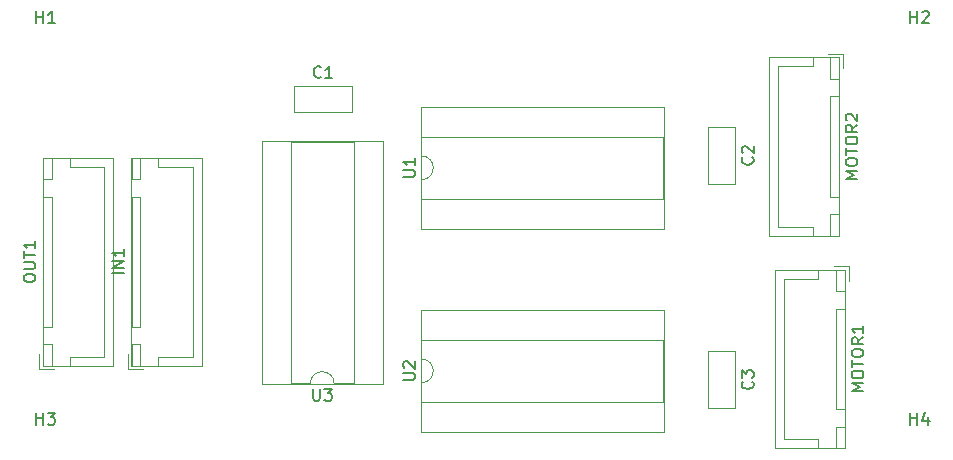
<source format=gbr>
%TF.GenerationSoftware,KiCad,Pcbnew,9.0.2*%
%TF.CreationDate,2025-06-11T22:07:18-07:00*%
%TF.ProjectId,driver,64726976-6572-42e6-9b69-6361645f7063,rev?*%
%TF.SameCoordinates,Original*%
%TF.FileFunction,Legend,Top*%
%TF.FilePolarity,Positive*%
%FSLAX46Y46*%
G04 Gerber Fmt 4.6, Leading zero omitted, Abs format (unit mm)*
G04 Created by KiCad (PCBNEW 9.0.2) date 2025-06-11 22:07:18*
%MOMM*%
%LPD*%
G01*
G04 APERTURE LIST*
%ADD10C,0.150000*%
%ADD11C,0.120000*%
G04 APERTURE END LIST*
D10*
X133044819Y-128761904D02*
X133854342Y-128761904D01*
X133854342Y-128761904D02*
X133949580Y-128714285D01*
X133949580Y-128714285D02*
X133997200Y-128666666D01*
X133997200Y-128666666D02*
X134044819Y-128571428D01*
X134044819Y-128571428D02*
X134044819Y-128380952D01*
X134044819Y-128380952D02*
X133997200Y-128285714D01*
X133997200Y-128285714D02*
X133949580Y-128238095D01*
X133949580Y-128238095D02*
X133854342Y-128190476D01*
X133854342Y-128190476D02*
X133044819Y-128190476D01*
X133140057Y-127761904D02*
X133092438Y-127714285D01*
X133092438Y-127714285D02*
X133044819Y-127619047D01*
X133044819Y-127619047D02*
X133044819Y-127380952D01*
X133044819Y-127380952D02*
X133092438Y-127285714D01*
X133092438Y-127285714D02*
X133140057Y-127238095D01*
X133140057Y-127238095D02*
X133235295Y-127190476D01*
X133235295Y-127190476D02*
X133330533Y-127190476D01*
X133330533Y-127190476D02*
X133473390Y-127238095D01*
X133473390Y-127238095D02*
X134044819Y-127809523D01*
X134044819Y-127809523D02*
X134044819Y-127190476D01*
X133044819Y-111571904D02*
X133854342Y-111571904D01*
X133854342Y-111571904D02*
X133949580Y-111524285D01*
X133949580Y-111524285D02*
X133997200Y-111476666D01*
X133997200Y-111476666D02*
X134044819Y-111381428D01*
X134044819Y-111381428D02*
X134044819Y-111190952D01*
X134044819Y-111190952D02*
X133997200Y-111095714D01*
X133997200Y-111095714D02*
X133949580Y-111048095D01*
X133949580Y-111048095D02*
X133854342Y-111000476D01*
X133854342Y-111000476D02*
X133044819Y-111000476D01*
X134044819Y-110000476D02*
X134044819Y-110571904D01*
X134044819Y-110286190D02*
X133044819Y-110286190D01*
X133044819Y-110286190D02*
X133187676Y-110381428D01*
X133187676Y-110381428D02*
X133282914Y-110476666D01*
X133282914Y-110476666D02*
X133330533Y-110571904D01*
X172004819Y-129738094D02*
X171004819Y-129738094D01*
X171004819Y-129738094D02*
X171719104Y-129404761D01*
X171719104Y-129404761D02*
X171004819Y-129071428D01*
X171004819Y-129071428D02*
X172004819Y-129071428D01*
X171004819Y-128404761D02*
X171004819Y-128214285D01*
X171004819Y-128214285D02*
X171052438Y-128119047D01*
X171052438Y-128119047D02*
X171147676Y-128023809D01*
X171147676Y-128023809D02*
X171338152Y-127976190D01*
X171338152Y-127976190D02*
X171671485Y-127976190D01*
X171671485Y-127976190D02*
X171861961Y-128023809D01*
X171861961Y-128023809D02*
X171957200Y-128119047D01*
X171957200Y-128119047D02*
X172004819Y-128214285D01*
X172004819Y-128214285D02*
X172004819Y-128404761D01*
X172004819Y-128404761D02*
X171957200Y-128499999D01*
X171957200Y-128499999D02*
X171861961Y-128595237D01*
X171861961Y-128595237D02*
X171671485Y-128642856D01*
X171671485Y-128642856D02*
X171338152Y-128642856D01*
X171338152Y-128642856D02*
X171147676Y-128595237D01*
X171147676Y-128595237D02*
X171052438Y-128499999D01*
X171052438Y-128499999D02*
X171004819Y-128404761D01*
X171004819Y-127690475D02*
X171004819Y-127119047D01*
X172004819Y-127404761D02*
X171004819Y-127404761D01*
X171004819Y-126595237D02*
X171004819Y-126404761D01*
X171004819Y-126404761D02*
X171052438Y-126309523D01*
X171052438Y-126309523D02*
X171147676Y-126214285D01*
X171147676Y-126214285D02*
X171338152Y-126166666D01*
X171338152Y-126166666D02*
X171671485Y-126166666D01*
X171671485Y-126166666D02*
X171861961Y-126214285D01*
X171861961Y-126214285D02*
X171957200Y-126309523D01*
X171957200Y-126309523D02*
X172004819Y-126404761D01*
X172004819Y-126404761D02*
X172004819Y-126595237D01*
X172004819Y-126595237D02*
X171957200Y-126690475D01*
X171957200Y-126690475D02*
X171861961Y-126785713D01*
X171861961Y-126785713D02*
X171671485Y-126833332D01*
X171671485Y-126833332D02*
X171338152Y-126833332D01*
X171338152Y-126833332D02*
X171147676Y-126785713D01*
X171147676Y-126785713D02*
X171052438Y-126690475D01*
X171052438Y-126690475D02*
X171004819Y-126595237D01*
X172004819Y-125166666D02*
X171528628Y-125499999D01*
X172004819Y-125738094D02*
X171004819Y-125738094D01*
X171004819Y-125738094D02*
X171004819Y-125357142D01*
X171004819Y-125357142D02*
X171052438Y-125261904D01*
X171052438Y-125261904D02*
X171100057Y-125214285D01*
X171100057Y-125214285D02*
X171195295Y-125166666D01*
X171195295Y-125166666D02*
X171338152Y-125166666D01*
X171338152Y-125166666D02*
X171433390Y-125214285D01*
X171433390Y-125214285D02*
X171481009Y-125261904D01*
X171481009Y-125261904D02*
X171528628Y-125357142D01*
X171528628Y-125357142D02*
X171528628Y-125738094D01*
X172004819Y-124214285D02*
X172004819Y-124785713D01*
X172004819Y-124499999D02*
X171004819Y-124499999D01*
X171004819Y-124499999D02*
X171147676Y-124595237D01*
X171147676Y-124595237D02*
X171242914Y-124690475D01*
X171242914Y-124690475D02*
X171290533Y-124785713D01*
X101988095Y-98554819D02*
X101988095Y-97554819D01*
X101988095Y-98031009D02*
X102559523Y-98031009D01*
X102559523Y-98554819D02*
X102559523Y-97554819D01*
X103559523Y-98554819D02*
X102988095Y-98554819D01*
X103273809Y-98554819D02*
X103273809Y-97554819D01*
X103273809Y-97554819D02*
X103178571Y-97697676D01*
X103178571Y-97697676D02*
X103083333Y-97792914D01*
X103083333Y-97792914D02*
X102988095Y-97840533D01*
X125428095Y-129524819D02*
X125428095Y-130334342D01*
X125428095Y-130334342D02*
X125475714Y-130429580D01*
X125475714Y-130429580D02*
X125523333Y-130477200D01*
X125523333Y-130477200D02*
X125618571Y-130524819D01*
X125618571Y-130524819D02*
X125809047Y-130524819D01*
X125809047Y-130524819D02*
X125904285Y-130477200D01*
X125904285Y-130477200D02*
X125951904Y-130429580D01*
X125951904Y-130429580D02*
X125999523Y-130334342D01*
X125999523Y-130334342D02*
X125999523Y-129524819D01*
X126380476Y-129524819D02*
X126999523Y-129524819D01*
X126999523Y-129524819D02*
X126666190Y-129905771D01*
X126666190Y-129905771D02*
X126809047Y-129905771D01*
X126809047Y-129905771D02*
X126904285Y-129953390D01*
X126904285Y-129953390D02*
X126951904Y-130001009D01*
X126951904Y-130001009D02*
X126999523Y-130096247D01*
X126999523Y-130096247D02*
X126999523Y-130334342D01*
X126999523Y-130334342D02*
X126951904Y-130429580D01*
X126951904Y-130429580D02*
X126904285Y-130477200D01*
X126904285Y-130477200D02*
X126809047Y-130524819D01*
X126809047Y-130524819D02*
X126523333Y-130524819D01*
X126523333Y-130524819D02*
X126428095Y-130477200D01*
X126428095Y-130477200D02*
X126380476Y-130429580D01*
X175988095Y-132554819D02*
X175988095Y-131554819D01*
X175988095Y-132031009D02*
X176559523Y-132031009D01*
X176559523Y-132554819D02*
X176559523Y-131554819D01*
X177464285Y-131888152D02*
X177464285Y-132554819D01*
X177226190Y-131507200D02*
X176988095Y-132221485D01*
X176988095Y-132221485D02*
X177607142Y-132221485D01*
X101988095Y-132554819D02*
X101988095Y-131554819D01*
X101988095Y-132031009D02*
X102559523Y-132031009D01*
X102559523Y-132554819D02*
X102559523Y-131554819D01*
X102940476Y-131554819D02*
X103559523Y-131554819D01*
X103559523Y-131554819D02*
X103226190Y-131935771D01*
X103226190Y-131935771D02*
X103369047Y-131935771D01*
X103369047Y-131935771D02*
X103464285Y-131983390D01*
X103464285Y-131983390D02*
X103511904Y-132031009D01*
X103511904Y-132031009D02*
X103559523Y-132126247D01*
X103559523Y-132126247D02*
X103559523Y-132364342D01*
X103559523Y-132364342D02*
X103511904Y-132459580D01*
X103511904Y-132459580D02*
X103464285Y-132507200D01*
X103464285Y-132507200D02*
X103369047Y-132554819D01*
X103369047Y-132554819D02*
X103083333Y-132554819D01*
X103083333Y-132554819D02*
X102988095Y-132507200D01*
X102988095Y-132507200D02*
X102940476Y-132459580D01*
X100904819Y-120226190D02*
X100904819Y-120035714D01*
X100904819Y-120035714D02*
X100952438Y-119940476D01*
X100952438Y-119940476D02*
X101047676Y-119845238D01*
X101047676Y-119845238D02*
X101238152Y-119797619D01*
X101238152Y-119797619D02*
X101571485Y-119797619D01*
X101571485Y-119797619D02*
X101761961Y-119845238D01*
X101761961Y-119845238D02*
X101857200Y-119940476D01*
X101857200Y-119940476D02*
X101904819Y-120035714D01*
X101904819Y-120035714D02*
X101904819Y-120226190D01*
X101904819Y-120226190D02*
X101857200Y-120321428D01*
X101857200Y-120321428D02*
X101761961Y-120416666D01*
X101761961Y-120416666D02*
X101571485Y-120464285D01*
X101571485Y-120464285D02*
X101238152Y-120464285D01*
X101238152Y-120464285D02*
X101047676Y-120416666D01*
X101047676Y-120416666D02*
X100952438Y-120321428D01*
X100952438Y-120321428D02*
X100904819Y-120226190D01*
X100904819Y-119369047D02*
X101714342Y-119369047D01*
X101714342Y-119369047D02*
X101809580Y-119321428D01*
X101809580Y-119321428D02*
X101857200Y-119273809D01*
X101857200Y-119273809D02*
X101904819Y-119178571D01*
X101904819Y-119178571D02*
X101904819Y-118988095D01*
X101904819Y-118988095D02*
X101857200Y-118892857D01*
X101857200Y-118892857D02*
X101809580Y-118845238D01*
X101809580Y-118845238D02*
X101714342Y-118797619D01*
X101714342Y-118797619D02*
X100904819Y-118797619D01*
X100904819Y-118464285D02*
X100904819Y-117892857D01*
X101904819Y-118178571D02*
X100904819Y-118178571D01*
X101904819Y-117035714D02*
X101904819Y-117607142D01*
X101904819Y-117321428D02*
X100904819Y-117321428D01*
X100904819Y-117321428D02*
X101047676Y-117416666D01*
X101047676Y-117416666D02*
X101142914Y-117511904D01*
X101142914Y-117511904D02*
X101190533Y-117607142D01*
X162609580Y-109916666D02*
X162657200Y-109964285D01*
X162657200Y-109964285D02*
X162704819Y-110107142D01*
X162704819Y-110107142D02*
X162704819Y-110202380D01*
X162704819Y-110202380D02*
X162657200Y-110345237D01*
X162657200Y-110345237D02*
X162561961Y-110440475D01*
X162561961Y-110440475D02*
X162466723Y-110488094D01*
X162466723Y-110488094D02*
X162276247Y-110535713D01*
X162276247Y-110535713D02*
X162133390Y-110535713D01*
X162133390Y-110535713D02*
X161942914Y-110488094D01*
X161942914Y-110488094D02*
X161847676Y-110440475D01*
X161847676Y-110440475D02*
X161752438Y-110345237D01*
X161752438Y-110345237D02*
X161704819Y-110202380D01*
X161704819Y-110202380D02*
X161704819Y-110107142D01*
X161704819Y-110107142D02*
X161752438Y-109964285D01*
X161752438Y-109964285D02*
X161800057Y-109916666D01*
X161800057Y-109535713D02*
X161752438Y-109488094D01*
X161752438Y-109488094D02*
X161704819Y-109392856D01*
X161704819Y-109392856D02*
X161704819Y-109154761D01*
X161704819Y-109154761D02*
X161752438Y-109059523D01*
X161752438Y-109059523D02*
X161800057Y-109011904D01*
X161800057Y-109011904D02*
X161895295Y-108964285D01*
X161895295Y-108964285D02*
X161990533Y-108964285D01*
X161990533Y-108964285D02*
X162133390Y-109011904D01*
X162133390Y-109011904D02*
X162704819Y-109583332D01*
X162704819Y-109583332D02*
X162704819Y-108964285D01*
X109404819Y-119749999D02*
X108404819Y-119749999D01*
X109404819Y-119273809D02*
X108404819Y-119273809D01*
X108404819Y-119273809D02*
X109404819Y-118702381D01*
X109404819Y-118702381D02*
X108404819Y-118702381D01*
X109404819Y-117702381D02*
X109404819Y-118273809D01*
X109404819Y-117988095D02*
X108404819Y-117988095D01*
X108404819Y-117988095D02*
X108547676Y-118083333D01*
X108547676Y-118083333D02*
X108642914Y-118178571D01*
X108642914Y-118178571D02*
X108690533Y-118273809D01*
X162609580Y-128916666D02*
X162657200Y-128964285D01*
X162657200Y-128964285D02*
X162704819Y-129107142D01*
X162704819Y-129107142D02*
X162704819Y-129202380D01*
X162704819Y-129202380D02*
X162657200Y-129345237D01*
X162657200Y-129345237D02*
X162561961Y-129440475D01*
X162561961Y-129440475D02*
X162466723Y-129488094D01*
X162466723Y-129488094D02*
X162276247Y-129535713D01*
X162276247Y-129535713D02*
X162133390Y-129535713D01*
X162133390Y-129535713D02*
X161942914Y-129488094D01*
X161942914Y-129488094D02*
X161847676Y-129440475D01*
X161847676Y-129440475D02*
X161752438Y-129345237D01*
X161752438Y-129345237D02*
X161704819Y-129202380D01*
X161704819Y-129202380D02*
X161704819Y-129107142D01*
X161704819Y-129107142D02*
X161752438Y-128964285D01*
X161752438Y-128964285D02*
X161800057Y-128916666D01*
X161704819Y-128583332D02*
X161704819Y-127964285D01*
X161704819Y-127964285D02*
X162085771Y-128297618D01*
X162085771Y-128297618D02*
X162085771Y-128154761D01*
X162085771Y-128154761D02*
X162133390Y-128059523D01*
X162133390Y-128059523D02*
X162181009Y-128011904D01*
X162181009Y-128011904D02*
X162276247Y-127964285D01*
X162276247Y-127964285D02*
X162514342Y-127964285D01*
X162514342Y-127964285D02*
X162609580Y-128011904D01*
X162609580Y-128011904D02*
X162657200Y-128059523D01*
X162657200Y-128059523D02*
X162704819Y-128154761D01*
X162704819Y-128154761D02*
X162704819Y-128440475D01*
X162704819Y-128440475D02*
X162657200Y-128535713D01*
X162657200Y-128535713D02*
X162609580Y-128583332D01*
X171504819Y-111738094D02*
X170504819Y-111738094D01*
X170504819Y-111738094D02*
X171219104Y-111404761D01*
X171219104Y-111404761D02*
X170504819Y-111071428D01*
X170504819Y-111071428D02*
X171504819Y-111071428D01*
X170504819Y-110404761D02*
X170504819Y-110214285D01*
X170504819Y-110214285D02*
X170552438Y-110119047D01*
X170552438Y-110119047D02*
X170647676Y-110023809D01*
X170647676Y-110023809D02*
X170838152Y-109976190D01*
X170838152Y-109976190D02*
X171171485Y-109976190D01*
X171171485Y-109976190D02*
X171361961Y-110023809D01*
X171361961Y-110023809D02*
X171457200Y-110119047D01*
X171457200Y-110119047D02*
X171504819Y-110214285D01*
X171504819Y-110214285D02*
X171504819Y-110404761D01*
X171504819Y-110404761D02*
X171457200Y-110499999D01*
X171457200Y-110499999D02*
X171361961Y-110595237D01*
X171361961Y-110595237D02*
X171171485Y-110642856D01*
X171171485Y-110642856D02*
X170838152Y-110642856D01*
X170838152Y-110642856D02*
X170647676Y-110595237D01*
X170647676Y-110595237D02*
X170552438Y-110499999D01*
X170552438Y-110499999D02*
X170504819Y-110404761D01*
X170504819Y-109690475D02*
X170504819Y-109119047D01*
X171504819Y-109404761D02*
X170504819Y-109404761D01*
X170504819Y-108595237D02*
X170504819Y-108404761D01*
X170504819Y-108404761D02*
X170552438Y-108309523D01*
X170552438Y-108309523D02*
X170647676Y-108214285D01*
X170647676Y-108214285D02*
X170838152Y-108166666D01*
X170838152Y-108166666D02*
X171171485Y-108166666D01*
X171171485Y-108166666D02*
X171361961Y-108214285D01*
X171361961Y-108214285D02*
X171457200Y-108309523D01*
X171457200Y-108309523D02*
X171504819Y-108404761D01*
X171504819Y-108404761D02*
X171504819Y-108595237D01*
X171504819Y-108595237D02*
X171457200Y-108690475D01*
X171457200Y-108690475D02*
X171361961Y-108785713D01*
X171361961Y-108785713D02*
X171171485Y-108833332D01*
X171171485Y-108833332D02*
X170838152Y-108833332D01*
X170838152Y-108833332D02*
X170647676Y-108785713D01*
X170647676Y-108785713D02*
X170552438Y-108690475D01*
X170552438Y-108690475D02*
X170504819Y-108595237D01*
X171504819Y-107166666D02*
X171028628Y-107499999D01*
X171504819Y-107738094D02*
X170504819Y-107738094D01*
X170504819Y-107738094D02*
X170504819Y-107357142D01*
X170504819Y-107357142D02*
X170552438Y-107261904D01*
X170552438Y-107261904D02*
X170600057Y-107214285D01*
X170600057Y-107214285D02*
X170695295Y-107166666D01*
X170695295Y-107166666D02*
X170838152Y-107166666D01*
X170838152Y-107166666D02*
X170933390Y-107214285D01*
X170933390Y-107214285D02*
X170981009Y-107261904D01*
X170981009Y-107261904D02*
X171028628Y-107357142D01*
X171028628Y-107357142D02*
X171028628Y-107738094D01*
X170600057Y-106785713D02*
X170552438Y-106738094D01*
X170552438Y-106738094D02*
X170504819Y-106642856D01*
X170504819Y-106642856D02*
X170504819Y-106404761D01*
X170504819Y-106404761D02*
X170552438Y-106309523D01*
X170552438Y-106309523D02*
X170600057Y-106261904D01*
X170600057Y-106261904D02*
X170695295Y-106214285D01*
X170695295Y-106214285D02*
X170790533Y-106214285D01*
X170790533Y-106214285D02*
X170933390Y-106261904D01*
X170933390Y-106261904D02*
X171504819Y-106833332D01*
X171504819Y-106833332D02*
X171504819Y-106214285D01*
X175988095Y-98554819D02*
X175988095Y-97554819D01*
X175988095Y-98031009D02*
X176559523Y-98031009D01*
X176559523Y-98554819D02*
X176559523Y-97554819D01*
X176988095Y-97650057D02*
X177035714Y-97602438D01*
X177035714Y-97602438D02*
X177130952Y-97554819D01*
X177130952Y-97554819D02*
X177369047Y-97554819D01*
X177369047Y-97554819D02*
X177464285Y-97602438D01*
X177464285Y-97602438D02*
X177511904Y-97650057D01*
X177511904Y-97650057D02*
X177559523Y-97745295D01*
X177559523Y-97745295D02*
X177559523Y-97840533D01*
X177559523Y-97840533D02*
X177511904Y-97983390D01*
X177511904Y-97983390D02*
X176940476Y-98554819D01*
X176940476Y-98554819D02*
X177559523Y-98554819D01*
X126083333Y-103109580D02*
X126035714Y-103157200D01*
X126035714Y-103157200D02*
X125892857Y-103204819D01*
X125892857Y-103204819D02*
X125797619Y-103204819D01*
X125797619Y-103204819D02*
X125654762Y-103157200D01*
X125654762Y-103157200D02*
X125559524Y-103061961D01*
X125559524Y-103061961D02*
X125511905Y-102966723D01*
X125511905Y-102966723D02*
X125464286Y-102776247D01*
X125464286Y-102776247D02*
X125464286Y-102633390D01*
X125464286Y-102633390D02*
X125511905Y-102442914D01*
X125511905Y-102442914D02*
X125559524Y-102347676D01*
X125559524Y-102347676D02*
X125654762Y-102252438D01*
X125654762Y-102252438D02*
X125797619Y-102204819D01*
X125797619Y-102204819D02*
X125892857Y-102204819D01*
X125892857Y-102204819D02*
X126035714Y-102252438D01*
X126035714Y-102252438D02*
X126083333Y-102300057D01*
X127035714Y-103204819D02*
X126464286Y-103204819D01*
X126750000Y-103204819D02*
X126750000Y-102204819D01*
X126750000Y-102204819D02*
X126654762Y-102347676D01*
X126654762Y-102347676D02*
X126559524Y-102442914D01*
X126559524Y-102442914D02*
X126464286Y-102490533D01*
D11*
%TO.C,U2*%
X134590000Y-130650000D02*
X155030000Y-130650000D01*
X155030000Y-130650000D02*
X155030000Y-125350000D01*
X134590000Y-129000000D02*
X134590000Y-130650000D01*
X134590000Y-125350000D02*
X134590000Y-127000000D01*
X155030000Y-125350000D02*
X134590000Y-125350000D01*
X134530000Y-133140000D02*
X155090000Y-133140000D01*
X155090000Y-122860000D01*
X134530000Y-122860000D01*
X134530000Y-133140000D01*
X134590000Y-127000000D02*
G75*
G02*
X134590000Y-129000000I0J-1000000D01*
G01*
%TO.C,U1*%
X134590000Y-113460000D02*
X155030000Y-113460000D01*
X155030000Y-113460000D02*
X155030000Y-108160000D01*
X134590000Y-111810000D02*
X134590000Y-113460000D01*
X134590000Y-108160000D02*
X134590000Y-109810000D01*
X155030000Y-108160000D02*
X134590000Y-108160000D01*
X134530000Y-115950000D02*
X155090000Y-115950000D01*
X155090000Y-105670000D01*
X134530000Y-105670000D01*
X134530000Y-115950000D01*
X134590000Y-109810000D02*
G75*
G02*
X134590000Y-111810000I0J-1000000D01*
G01*
%TO.C,MOTOR1*%
X164490000Y-134560000D02*
X170460000Y-134560000D01*
X170460000Y-134560000D02*
X170460000Y-119440000D01*
X168200000Y-134550000D02*
X168200000Y-133800000D01*
X169700000Y-134550000D02*
X170450000Y-134550000D01*
X170450000Y-134550000D02*
X170450000Y-132750000D01*
X165250000Y-133800000D02*
X165250000Y-127000000D01*
X168200000Y-133800000D02*
X165250000Y-133800000D01*
X169700000Y-132750000D02*
X169700000Y-134550000D01*
X170450000Y-132750000D02*
X169700000Y-132750000D01*
X169700000Y-131250000D02*
X170450000Y-131250000D01*
X170450000Y-131250000D02*
X170450000Y-122750000D01*
X169700000Y-122750000D02*
X169700000Y-131250000D01*
X170450000Y-122750000D02*
X169700000Y-122750000D01*
X169700000Y-121250000D02*
X170450000Y-121250000D01*
X170450000Y-121250000D02*
X170450000Y-119450000D01*
X170750000Y-120400000D02*
X170750000Y-119150000D01*
X165250000Y-120200000D02*
X165250000Y-127000000D01*
X168200000Y-120200000D02*
X165250000Y-120200000D01*
X168200000Y-119450000D02*
X168200000Y-120200000D01*
X169700000Y-119450000D02*
X169700000Y-121250000D01*
X170450000Y-119450000D02*
X169700000Y-119450000D01*
X164490000Y-119440000D02*
X164490000Y-134560000D01*
X170460000Y-119440000D02*
X164490000Y-119440000D01*
X170750000Y-119150000D02*
X169500000Y-119150000D01*
%TO.C,U3*%
X128840000Y-129070000D02*
X128840000Y-108630000D01*
X128840000Y-108630000D02*
X123540000Y-108630000D01*
X127190000Y-129070000D02*
X128840000Y-129070000D01*
X123540000Y-129070000D02*
X125190000Y-129070000D01*
X123540000Y-108630000D02*
X123540000Y-129070000D01*
X131330000Y-129130000D02*
X121050000Y-129130000D01*
X121050000Y-108570000D01*
X131330000Y-108570000D01*
X131330000Y-129130000D01*
X125190000Y-129070000D02*
G75*
G02*
X127190000Y-129070000I1000000J0D01*
G01*
%TO.C,OUT1*%
X102250000Y-127850000D02*
X103500000Y-127850000D01*
X102540000Y-127560000D02*
X108510000Y-127560000D01*
X108510000Y-127560000D02*
X108510000Y-109940000D01*
X102550000Y-127550000D02*
X103300000Y-127550000D01*
X103300000Y-127550000D02*
X103300000Y-125750000D01*
X104800000Y-127550000D02*
X104800000Y-126800000D01*
X104800000Y-126800000D02*
X107750000Y-126800000D01*
X107750000Y-126800000D02*
X107750000Y-118750000D01*
X102250000Y-126600000D02*
X102250000Y-127850000D01*
X102550000Y-125750000D02*
X102550000Y-127550000D01*
X103300000Y-125750000D02*
X102550000Y-125750000D01*
X102550000Y-124250000D02*
X103300000Y-124250000D01*
X103300000Y-124250000D02*
X103300000Y-113250000D01*
X102550000Y-113250000D02*
X102550000Y-124250000D01*
X103300000Y-113250000D02*
X102550000Y-113250000D01*
X102550000Y-111750000D02*
X103300000Y-111750000D01*
X103300000Y-111750000D02*
X103300000Y-109950000D01*
X104800000Y-110700000D02*
X107750000Y-110700000D01*
X107750000Y-110700000D02*
X107750000Y-118750000D01*
X102550000Y-109950000D02*
X102550000Y-111750000D01*
X103300000Y-109950000D02*
X102550000Y-109950000D01*
X104800000Y-109950000D02*
X104800000Y-110700000D01*
X102540000Y-109940000D02*
X102540000Y-127560000D01*
X108510000Y-109940000D02*
X102540000Y-109940000D01*
%TO.C,C2*%
X161120000Y-112170000D02*
X158880000Y-112170000D01*
X158880000Y-107330000D02*
X158880000Y-112170000D01*
X161120000Y-107330000D02*
X161120000Y-112170000D01*
X161120000Y-107330000D02*
X158880000Y-107330000D01*
%TO.C,IN1*%
X116010000Y-109940000D02*
X110040000Y-109940000D01*
X110040000Y-109940000D02*
X110040000Y-127560000D01*
X112300000Y-109950000D02*
X112300000Y-110700000D01*
X110800000Y-109950000D02*
X110050000Y-109950000D01*
X110050000Y-109950000D02*
X110050000Y-111750000D01*
X115250000Y-110700000D02*
X115250000Y-118750000D01*
X112300000Y-110700000D02*
X115250000Y-110700000D01*
X110800000Y-111750000D02*
X110800000Y-109950000D01*
X110050000Y-111750000D02*
X110800000Y-111750000D01*
X110800000Y-113250000D02*
X110050000Y-113250000D01*
X110050000Y-113250000D02*
X110050000Y-124250000D01*
X110800000Y-124250000D02*
X110800000Y-113250000D01*
X110050000Y-124250000D02*
X110800000Y-124250000D01*
X110800000Y-125750000D02*
X110050000Y-125750000D01*
X110050000Y-125750000D02*
X110050000Y-127550000D01*
X109750000Y-126600000D02*
X109750000Y-127850000D01*
X115250000Y-126800000D02*
X115250000Y-118750000D01*
X112300000Y-126800000D02*
X115250000Y-126800000D01*
X112300000Y-127550000D02*
X112300000Y-126800000D01*
X110800000Y-127550000D02*
X110800000Y-125750000D01*
X110050000Y-127550000D02*
X110800000Y-127550000D01*
X116010000Y-127560000D02*
X116010000Y-109940000D01*
X110040000Y-127560000D02*
X116010000Y-127560000D01*
X109750000Y-127850000D02*
X111000000Y-127850000D01*
%TO.C,C3*%
X161120000Y-131170000D02*
X158880000Y-131170000D01*
X158880000Y-126330000D02*
X158880000Y-131170000D01*
X161120000Y-126330000D02*
X161120000Y-131170000D01*
X161120000Y-126330000D02*
X158880000Y-126330000D01*
%TO.C,MOTOR2*%
X163990000Y-116560000D02*
X169960000Y-116560000D01*
X169960000Y-116560000D02*
X169960000Y-101440000D01*
X167700000Y-116550000D02*
X167700000Y-115800000D01*
X169200000Y-116550000D02*
X169950000Y-116550000D01*
X169950000Y-116550000D02*
X169950000Y-114750000D01*
X164750000Y-115800000D02*
X164750000Y-109000000D01*
X167700000Y-115800000D02*
X164750000Y-115800000D01*
X169200000Y-114750000D02*
X169200000Y-116550000D01*
X169950000Y-114750000D02*
X169200000Y-114750000D01*
X169200000Y-113250000D02*
X169950000Y-113250000D01*
X169950000Y-113250000D02*
X169950000Y-104750000D01*
X169200000Y-104750000D02*
X169200000Y-113250000D01*
X169950000Y-104750000D02*
X169200000Y-104750000D01*
X169200000Y-103250000D02*
X169950000Y-103250000D01*
X169950000Y-103250000D02*
X169950000Y-101450000D01*
X170250000Y-102400000D02*
X170250000Y-101150000D01*
X164750000Y-102200000D02*
X164750000Y-109000000D01*
X167700000Y-102200000D02*
X164750000Y-102200000D01*
X167700000Y-101450000D02*
X167700000Y-102200000D01*
X169200000Y-101450000D02*
X169200000Y-103250000D01*
X169950000Y-101450000D02*
X169200000Y-101450000D01*
X163990000Y-101440000D02*
X163990000Y-116560000D01*
X169960000Y-101440000D02*
X163990000Y-101440000D01*
X170250000Y-101150000D02*
X169000000Y-101150000D01*
%TO.C,C1*%
X123830000Y-103880000D02*
X123830000Y-106120000D01*
X123830000Y-103880000D02*
X128670000Y-103880000D01*
X123830000Y-106120000D02*
X128670000Y-106120000D01*
X128670000Y-103880000D02*
X128670000Y-106120000D01*
%TD*%
M02*

</source>
